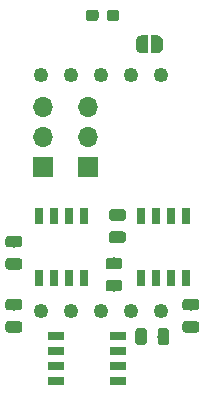
<source format=gbr>
G04 #@! TF.GenerationSoftware,KiCad,Pcbnew,(5.0.0)*
G04 #@! TF.CreationDate,2018-11-25T17:17:40-05:00*
G04 #@! TF.ProjectId,addressable_7seg,6164647265737361626C655F37736567,0.1a*
G04 #@! TF.SameCoordinates,Original*
G04 #@! TF.FileFunction,Soldermask,Top*
G04 #@! TF.FilePolarity,Negative*
%FSLAX46Y46*%
G04 Gerber Fmt 4.6, Leading zero omitted, Abs format (unit mm)*
G04 Created by KiCad (PCBNEW (5.0.0)) date 11/25/18 17:17:40*
%MOMM*%
%LPD*%
G01*
G04 APERTURE LIST*
%ADD10C,1.250000*%
%ADD11C,0.100000*%
%ADD12C,0.975000*%
%ADD13R,1.700000X1.700000*%
%ADD14O,1.700000X1.700000*%
%ADD15R,0.800000X1.450000*%
%ADD16R,1.450000X0.800000*%
%ADD17C,0.950000*%
%ADD18C,0.500000*%
G04 APERTURE END LIST*
D10*
G04 #@! TO.C,U4*
X175325000Y-135000000D03*
X172785000Y-135000000D03*
X170245000Y-135000000D03*
X167705000Y-135000000D03*
X165165000Y-135000000D03*
X165165000Y-115000000D03*
X167705000Y-115000000D03*
X170245000Y-115000000D03*
X172785000Y-115000000D03*
X175325000Y-115000000D03*
G04 #@! TD*
D11*
G04 #@! TO.C,R1*
G36*
X163322142Y-130509174D02*
X163345803Y-130512684D01*
X163369007Y-130518496D01*
X163391529Y-130526554D01*
X163413153Y-130536782D01*
X163433670Y-130549079D01*
X163452883Y-130563329D01*
X163470607Y-130579393D01*
X163486671Y-130597117D01*
X163500921Y-130616330D01*
X163513218Y-130636847D01*
X163523446Y-130658471D01*
X163531504Y-130680993D01*
X163537316Y-130704197D01*
X163540826Y-130727858D01*
X163542000Y-130751750D01*
X163542000Y-131239250D01*
X163540826Y-131263142D01*
X163537316Y-131286803D01*
X163531504Y-131310007D01*
X163523446Y-131332529D01*
X163513218Y-131354153D01*
X163500921Y-131374670D01*
X163486671Y-131393883D01*
X163470607Y-131411607D01*
X163452883Y-131427671D01*
X163433670Y-131441921D01*
X163413153Y-131454218D01*
X163391529Y-131464446D01*
X163369007Y-131472504D01*
X163345803Y-131478316D01*
X163322142Y-131481826D01*
X163298250Y-131483000D01*
X162385750Y-131483000D01*
X162361858Y-131481826D01*
X162338197Y-131478316D01*
X162314993Y-131472504D01*
X162292471Y-131464446D01*
X162270847Y-131454218D01*
X162250330Y-131441921D01*
X162231117Y-131427671D01*
X162213393Y-131411607D01*
X162197329Y-131393883D01*
X162183079Y-131374670D01*
X162170782Y-131354153D01*
X162160554Y-131332529D01*
X162152496Y-131310007D01*
X162146684Y-131286803D01*
X162143174Y-131263142D01*
X162142000Y-131239250D01*
X162142000Y-130751750D01*
X162143174Y-130727858D01*
X162146684Y-130704197D01*
X162152496Y-130680993D01*
X162160554Y-130658471D01*
X162170782Y-130636847D01*
X162183079Y-130616330D01*
X162197329Y-130597117D01*
X162213393Y-130579393D01*
X162231117Y-130563329D01*
X162250330Y-130549079D01*
X162270847Y-130536782D01*
X162292471Y-130526554D01*
X162314993Y-130518496D01*
X162338197Y-130512684D01*
X162361858Y-130509174D01*
X162385750Y-130508000D01*
X163298250Y-130508000D01*
X163322142Y-130509174D01*
X163322142Y-130509174D01*
G37*
D12*
X162842000Y-130995500D03*
D11*
G36*
X163322142Y-128634174D02*
X163345803Y-128637684D01*
X163369007Y-128643496D01*
X163391529Y-128651554D01*
X163413153Y-128661782D01*
X163433670Y-128674079D01*
X163452883Y-128688329D01*
X163470607Y-128704393D01*
X163486671Y-128722117D01*
X163500921Y-128741330D01*
X163513218Y-128761847D01*
X163523446Y-128783471D01*
X163531504Y-128805993D01*
X163537316Y-128829197D01*
X163540826Y-128852858D01*
X163542000Y-128876750D01*
X163542000Y-129364250D01*
X163540826Y-129388142D01*
X163537316Y-129411803D01*
X163531504Y-129435007D01*
X163523446Y-129457529D01*
X163513218Y-129479153D01*
X163500921Y-129499670D01*
X163486671Y-129518883D01*
X163470607Y-129536607D01*
X163452883Y-129552671D01*
X163433670Y-129566921D01*
X163413153Y-129579218D01*
X163391529Y-129589446D01*
X163369007Y-129597504D01*
X163345803Y-129603316D01*
X163322142Y-129606826D01*
X163298250Y-129608000D01*
X162385750Y-129608000D01*
X162361858Y-129606826D01*
X162338197Y-129603316D01*
X162314993Y-129597504D01*
X162292471Y-129589446D01*
X162270847Y-129579218D01*
X162250330Y-129566921D01*
X162231117Y-129552671D01*
X162213393Y-129536607D01*
X162197329Y-129518883D01*
X162183079Y-129499670D01*
X162170782Y-129479153D01*
X162160554Y-129457529D01*
X162152496Y-129435007D01*
X162146684Y-129411803D01*
X162143174Y-129388142D01*
X162142000Y-129364250D01*
X162142000Y-128876750D01*
X162143174Y-128852858D01*
X162146684Y-128829197D01*
X162152496Y-128805993D01*
X162160554Y-128783471D01*
X162170782Y-128761847D01*
X162183079Y-128741330D01*
X162197329Y-128722117D01*
X162213393Y-128704393D01*
X162231117Y-128688329D01*
X162250330Y-128674079D01*
X162270847Y-128661782D01*
X162292471Y-128651554D01*
X162314993Y-128643496D01*
X162338197Y-128637684D01*
X162361858Y-128634174D01*
X162385750Y-128633000D01*
X163298250Y-128633000D01*
X163322142Y-128634174D01*
X163322142Y-128634174D01*
G37*
D12*
X162842000Y-129120500D03*
G04 #@! TD*
D11*
G04 #@! TO.C,R2*
G36*
X163322142Y-135843174D02*
X163345803Y-135846684D01*
X163369007Y-135852496D01*
X163391529Y-135860554D01*
X163413153Y-135870782D01*
X163433670Y-135883079D01*
X163452883Y-135897329D01*
X163470607Y-135913393D01*
X163486671Y-135931117D01*
X163500921Y-135950330D01*
X163513218Y-135970847D01*
X163523446Y-135992471D01*
X163531504Y-136014993D01*
X163537316Y-136038197D01*
X163540826Y-136061858D01*
X163542000Y-136085750D01*
X163542000Y-136573250D01*
X163540826Y-136597142D01*
X163537316Y-136620803D01*
X163531504Y-136644007D01*
X163523446Y-136666529D01*
X163513218Y-136688153D01*
X163500921Y-136708670D01*
X163486671Y-136727883D01*
X163470607Y-136745607D01*
X163452883Y-136761671D01*
X163433670Y-136775921D01*
X163413153Y-136788218D01*
X163391529Y-136798446D01*
X163369007Y-136806504D01*
X163345803Y-136812316D01*
X163322142Y-136815826D01*
X163298250Y-136817000D01*
X162385750Y-136817000D01*
X162361858Y-136815826D01*
X162338197Y-136812316D01*
X162314993Y-136806504D01*
X162292471Y-136798446D01*
X162270847Y-136788218D01*
X162250330Y-136775921D01*
X162231117Y-136761671D01*
X162213393Y-136745607D01*
X162197329Y-136727883D01*
X162183079Y-136708670D01*
X162170782Y-136688153D01*
X162160554Y-136666529D01*
X162152496Y-136644007D01*
X162146684Y-136620803D01*
X162143174Y-136597142D01*
X162142000Y-136573250D01*
X162142000Y-136085750D01*
X162143174Y-136061858D01*
X162146684Y-136038197D01*
X162152496Y-136014993D01*
X162160554Y-135992471D01*
X162170782Y-135970847D01*
X162183079Y-135950330D01*
X162197329Y-135931117D01*
X162213393Y-135913393D01*
X162231117Y-135897329D01*
X162250330Y-135883079D01*
X162270847Y-135870782D01*
X162292471Y-135860554D01*
X162314993Y-135852496D01*
X162338197Y-135846684D01*
X162361858Y-135843174D01*
X162385750Y-135842000D01*
X163298250Y-135842000D01*
X163322142Y-135843174D01*
X163322142Y-135843174D01*
G37*
D12*
X162842000Y-136329500D03*
D11*
G36*
X163322142Y-133968174D02*
X163345803Y-133971684D01*
X163369007Y-133977496D01*
X163391529Y-133985554D01*
X163413153Y-133995782D01*
X163433670Y-134008079D01*
X163452883Y-134022329D01*
X163470607Y-134038393D01*
X163486671Y-134056117D01*
X163500921Y-134075330D01*
X163513218Y-134095847D01*
X163523446Y-134117471D01*
X163531504Y-134139993D01*
X163537316Y-134163197D01*
X163540826Y-134186858D01*
X163542000Y-134210750D01*
X163542000Y-134698250D01*
X163540826Y-134722142D01*
X163537316Y-134745803D01*
X163531504Y-134769007D01*
X163523446Y-134791529D01*
X163513218Y-134813153D01*
X163500921Y-134833670D01*
X163486671Y-134852883D01*
X163470607Y-134870607D01*
X163452883Y-134886671D01*
X163433670Y-134900921D01*
X163413153Y-134913218D01*
X163391529Y-134923446D01*
X163369007Y-134931504D01*
X163345803Y-134937316D01*
X163322142Y-134940826D01*
X163298250Y-134942000D01*
X162385750Y-134942000D01*
X162361858Y-134940826D01*
X162338197Y-134937316D01*
X162314993Y-134931504D01*
X162292471Y-134923446D01*
X162270847Y-134913218D01*
X162250330Y-134900921D01*
X162231117Y-134886671D01*
X162213393Y-134870607D01*
X162197329Y-134852883D01*
X162183079Y-134833670D01*
X162170782Y-134813153D01*
X162160554Y-134791529D01*
X162152496Y-134769007D01*
X162146684Y-134745803D01*
X162143174Y-134722142D01*
X162142000Y-134698250D01*
X162142000Y-134210750D01*
X162143174Y-134186858D01*
X162146684Y-134163197D01*
X162152496Y-134139993D01*
X162160554Y-134117471D01*
X162170782Y-134095847D01*
X162183079Y-134075330D01*
X162197329Y-134056117D01*
X162213393Y-134038393D01*
X162231117Y-134022329D01*
X162250330Y-134008079D01*
X162270847Y-133995782D01*
X162292471Y-133985554D01*
X162314993Y-133977496D01*
X162338197Y-133971684D01*
X162361858Y-133968174D01*
X162385750Y-133967000D01*
X163298250Y-133967000D01*
X163322142Y-133968174D01*
X163322142Y-133968174D01*
G37*
D12*
X162842000Y-134454500D03*
G04 #@! TD*
D11*
G04 #@! TO.C,R3*
G36*
X178308142Y-135843174D02*
X178331803Y-135846684D01*
X178355007Y-135852496D01*
X178377529Y-135860554D01*
X178399153Y-135870782D01*
X178419670Y-135883079D01*
X178438883Y-135897329D01*
X178456607Y-135913393D01*
X178472671Y-135931117D01*
X178486921Y-135950330D01*
X178499218Y-135970847D01*
X178509446Y-135992471D01*
X178517504Y-136014993D01*
X178523316Y-136038197D01*
X178526826Y-136061858D01*
X178528000Y-136085750D01*
X178528000Y-136573250D01*
X178526826Y-136597142D01*
X178523316Y-136620803D01*
X178517504Y-136644007D01*
X178509446Y-136666529D01*
X178499218Y-136688153D01*
X178486921Y-136708670D01*
X178472671Y-136727883D01*
X178456607Y-136745607D01*
X178438883Y-136761671D01*
X178419670Y-136775921D01*
X178399153Y-136788218D01*
X178377529Y-136798446D01*
X178355007Y-136806504D01*
X178331803Y-136812316D01*
X178308142Y-136815826D01*
X178284250Y-136817000D01*
X177371750Y-136817000D01*
X177347858Y-136815826D01*
X177324197Y-136812316D01*
X177300993Y-136806504D01*
X177278471Y-136798446D01*
X177256847Y-136788218D01*
X177236330Y-136775921D01*
X177217117Y-136761671D01*
X177199393Y-136745607D01*
X177183329Y-136727883D01*
X177169079Y-136708670D01*
X177156782Y-136688153D01*
X177146554Y-136666529D01*
X177138496Y-136644007D01*
X177132684Y-136620803D01*
X177129174Y-136597142D01*
X177128000Y-136573250D01*
X177128000Y-136085750D01*
X177129174Y-136061858D01*
X177132684Y-136038197D01*
X177138496Y-136014993D01*
X177146554Y-135992471D01*
X177156782Y-135970847D01*
X177169079Y-135950330D01*
X177183329Y-135931117D01*
X177199393Y-135913393D01*
X177217117Y-135897329D01*
X177236330Y-135883079D01*
X177256847Y-135870782D01*
X177278471Y-135860554D01*
X177300993Y-135852496D01*
X177324197Y-135846684D01*
X177347858Y-135843174D01*
X177371750Y-135842000D01*
X178284250Y-135842000D01*
X178308142Y-135843174D01*
X178308142Y-135843174D01*
G37*
D12*
X177828000Y-136329500D03*
D11*
G36*
X178308142Y-133968174D02*
X178331803Y-133971684D01*
X178355007Y-133977496D01*
X178377529Y-133985554D01*
X178399153Y-133995782D01*
X178419670Y-134008079D01*
X178438883Y-134022329D01*
X178456607Y-134038393D01*
X178472671Y-134056117D01*
X178486921Y-134075330D01*
X178499218Y-134095847D01*
X178509446Y-134117471D01*
X178517504Y-134139993D01*
X178523316Y-134163197D01*
X178526826Y-134186858D01*
X178528000Y-134210750D01*
X178528000Y-134698250D01*
X178526826Y-134722142D01*
X178523316Y-134745803D01*
X178517504Y-134769007D01*
X178509446Y-134791529D01*
X178499218Y-134813153D01*
X178486921Y-134833670D01*
X178472671Y-134852883D01*
X178456607Y-134870607D01*
X178438883Y-134886671D01*
X178419670Y-134900921D01*
X178399153Y-134913218D01*
X178377529Y-134923446D01*
X178355007Y-134931504D01*
X178331803Y-134937316D01*
X178308142Y-134940826D01*
X178284250Y-134942000D01*
X177371750Y-134942000D01*
X177347858Y-134940826D01*
X177324197Y-134937316D01*
X177300993Y-134931504D01*
X177278471Y-134923446D01*
X177256847Y-134913218D01*
X177236330Y-134900921D01*
X177217117Y-134886671D01*
X177199393Y-134870607D01*
X177183329Y-134852883D01*
X177169079Y-134833670D01*
X177156782Y-134813153D01*
X177146554Y-134791529D01*
X177138496Y-134769007D01*
X177132684Y-134745803D01*
X177129174Y-134722142D01*
X177128000Y-134698250D01*
X177128000Y-134210750D01*
X177129174Y-134186858D01*
X177132684Y-134163197D01*
X177138496Y-134139993D01*
X177146554Y-134117471D01*
X177156782Y-134095847D01*
X177169079Y-134075330D01*
X177183329Y-134056117D01*
X177199393Y-134038393D01*
X177217117Y-134022329D01*
X177236330Y-134008079D01*
X177256847Y-133995782D01*
X177278471Y-133985554D01*
X177300993Y-133977496D01*
X177324197Y-133971684D01*
X177347858Y-133968174D01*
X177371750Y-133967000D01*
X178284250Y-133967000D01*
X178308142Y-133968174D01*
X178308142Y-133968174D01*
G37*
D12*
X177828000Y-134454500D03*
G04 #@! TD*
D13*
G04 #@! TO.C,J1*
X169170000Y-122775000D03*
D14*
X169170000Y-120235000D03*
X169170000Y-117695000D03*
G04 #@! TD*
D13*
G04 #@! TO.C,J2*
X165320000Y-122775000D03*
D14*
X165320000Y-120235000D03*
X165320000Y-117695000D03*
G04 #@! TD*
D15*
G04 #@! TO.C,U1*
X168811000Y-126925000D03*
X167541000Y-126925000D03*
X166271000Y-126925000D03*
X165001000Y-126925000D03*
X168811000Y-132175000D03*
X167541000Y-132175000D03*
X166271000Y-132175000D03*
X165001000Y-132175000D03*
G04 #@! TD*
D16*
G04 #@! TO.C,U2*
X171645000Y-140905000D03*
X171645000Y-139635000D03*
X171645000Y-138365000D03*
X171645000Y-137095000D03*
X166395000Y-140905000D03*
X166395000Y-139635000D03*
X166395000Y-138365000D03*
X166395000Y-137095000D03*
G04 #@! TD*
D15*
G04 #@! TO.C,U3*
X177447000Y-126925000D03*
X176177000Y-126925000D03*
X174907000Y-126925000D03*
X173637000Y-126925000D03*
X177447000Y-132175000D03*
X176177000Y-132175000D03*
X174907000Y-132175000D03*
X173637000Y-132175000D03*
G04 #@! TD*
D11*
G04 #@! TO.C,D1*
G36*
X171555779Y-109476144D02*
X171578834Y-109479563D01*
X171601443Y-109485227D01*
X171623387Y-109493079D01*
X171644457Y-109503044D01*
X171664448Y-109515026D01*
X171683168Y-109528910D01*
X171700438Y-109544562D01*
X171716090Y-109561832D01*
X171729974Y-109580552D01*
X171741956Y-109600543D01*
X171751921Y-109621613D01*
X171759773Y-109643557D01*
X171765437Y-109666166D01*
X171768856Y-109689221D01*
X171770000Y-109712500D01*
X171770000Y-110187500D01*
X171768856Y-110210779D01*
X171765437Y-110233834D01*
X171759773Y-110256443D01*
X171751921Y-110278387D01*
X171741956Y-110299457D01*
X171729974Y-110319448D01*
X171716090Y-110338168D01*
X171700438Y-110355438D01*
X171683168Y-110371090D01*
X171664448Y-110384974D01*
X171644457Y-110396956D01*
X171623387Y-110406921D01*
X171601443Y-110414773D01*
X171578834Y-110420437D01*
X171555779Y-110423856D01*
X171532500Y-110425000D01*
X170957500Y-110425000D01*
X170934221Y-110423856D01*
X170911166Y-110420437D01*
X170888557Y-110414773D01*
X170866613Y-110406921D01*
X170845543Y-110396956D01*
X170825552Y-110384974D01*
X170806832Y-110371090D01*
X170789562Y-110355438D01*
X170773910Y-110338168D01*
X170760026Y-110319448D01*
X170748044Y-110299457D01*
X170738079Y-110278387D01*
X170730227Y-110256443D01*
X170724563Y-110233834D01*
X170721144Y-110210779D01*
X170720000Y-110187500D01*
X170720000Y-109712500D01*
X170721144Y-109689221D01*
X170724563Y-109666166D01*
X170730227Y-109643557D01*
X170738079Y-109621613D01*
X170748044Y-109600543D01*
X170760026Y-109580552D01*
X170773910Y-109561832D01*
X170789562Y-109544562D01*
X170806832Y-109528910D01*
X170825552Y-109515026D01*
X170845543Y-109503044D01*
X170866613Y-109493079D01*
X170888557Y-109485227D01*
X170911166Y-109479563D01*
X170934221Y-109476144D01*
X170957500Y-109475000D01*
X171532500Y-109475000D01*
X171555779Y-109476144D01*
X171555779Y-109476144D01*
G37*
D17*
X171245000Y-109950000D03*
D11*
G36*
X169805779Y-109476144D02*
X169828834Y-109479563D01*
X169851443Y-109485227D01*
X169873387Y-109493079D01*
X169894457Y-109503044D01*
X169914448Y-109515026D01*
X169933168Y-109528910D01*
X169950438Y-109544562D01*
X169966090Y-109561832D01*
X169979974Y-109580552D01*
X169991956Y-109600543D01*
X170001921Y-109621613D01*
X170009773Y-109643557D01*
X170015437Y-109666166D01*
X170018856Y-109689221D01*
X170020000Y-109712500D01*
X170020000Y-110187500D01*
X170018856Y-110210779D01*
X170015437Y-110233834D01*
X170009773Y-110256443D01*
X170001921Y-110278387D01*
X169991956Y-110299457D01*
X169979974Y-110319448D01*
X169966090Y-110338168D01*
X169950438Y-110355438D01*
X169933168Y-110371090D01*
X169914448Y-110384974D01*
X169894457Y-110396956D01*
X169873387Y-110406921D01*
X169851443Y-110414773D01*
X169828834Y-110420437D01*
X169805779Y-110423856D01*
X169782500Y-110425000D01*
X169207500Y-110425000D01*
X169184221Y-110423856D01*
X169161166Y-110420437D01*
X169138557Y-110414773D01*
X169116613Y-110406921D01*
X169095543Y-110396956D01*
X169075552Y-110384974D01*
X169056832Y-110371090D01*
X169039562Y-110355438D01*
X169023910Y-110338168D01*
X169010026Y-110319448D01*
X168998044Y-110299457D01*
X168988079Y-110278387D01*
X168980227Y-110256443D01*
X168974563Y-110233834D01*
X168971144Y-110210779D01*
X168970000Y-110187500D01*
X168970000Y-109712500D01*
X168971144Y-109689221D01*
X168974563Y-109666166D01*
X168980227Y-109643557D01*
X168988079Y-109621613D01*
X168998044Y-109600543D01*
X169010026Y-109580552D01*
X169023910Y-109561832D01*
X169039562Y-109544562D01*
X169056832Y-109528910D01*
X169075552Y-109515026D01*
X169095543Y-109503044D01*
X169116613Y-109493079D01*
X169138557Y-109485227D01*
X169161166Y-109479563D01*
X169184221Y-109476144D01*
X169207500Y-109475000D01*
X169782500Y-109475000D01*
X169805779Y-109476144D01*
X169805779Y-109476144D01*
G37*
D17*
X169495000Y-109950000D03*
G04 #@! TD*
D18*
G04 #@! TO.C,JP1*
X173670000Y-112400000D03*
D11*
G36*
X174170000Y-113150000D02*
X173670000Y-113150000D01*
X173670000Y-113149398D01*
X173645466Y-113149398D01*
X173596635Y-113144588D01*
X173548510Y-113135016D01*
X173501555Y-113120772D01*
X173456222Y-113101995D01*
X173412949Y-113078864D01*
X173372150Y-113051604D01*
X173334221Y-113020476D01*
X173299524Y-112985779D01*
X173268396Y-112947850D01*
X173241136Y-112907051D01*
X173218005Y-112863778D01*
X173199228Y-112818445D01*
X173184984Y-112771490D01*
X173175412Y-112723365D01*
X173170602Y-112674534D01*
X173170602Y-112650000D01*
X173170000Y-112650000D01*
X173170000Y-112150000D01*
X173170602Y-112150000D01*
X173170602Y-112125466D01*
X173175412Y-112076635D01*
X173184984Y-112028510D01*
X173199228Y-111981555D01*
X173218005Y-111936222D01*
X173241136Y-111892949D01*
X173268396Y-111852150D01*
X173299524Y-111814221D01*
X173334221Y-111779524D01*
X173372150Y-111748396D01*
X173412949Y-111721136D01*
X173456222Y-111698005D01*
X173501555Y-111679228D01*
X173548510Y-111664984D01*
X173596635Y-111655412D01*
X173645466Y-111650602D01*
X173670000Y-111650602D01*
X173670000Y-111650000D01*
X174170000Y-111650000D01*
X174170000Y-113150000D01*
X174170000Y-113150000D01*
G37*
D18*
X174970000Y-112400000D03*
D11*
G36*
X174970000Y-111650602D02*
X174994534Y-111650602D01*
X175043365Y-111655412D01*
X175091490Y-111664984D01*
X175138445Y-111679228D01*
X175183778Y-111698005D01*
X175227051Y-111721136D01*
X175267850Y-111748396D01*
X175305779Y-111779524D01*
X175340476Y-111814221D01*
X175371604Y-111852150D01*
X175398864Y-111892949D01*
X175421995Y-111936222D01*
X175440772Y-111981555D01*
X175455016Y-112028510D01*
X175464588Y-112076635D01*
X175469398Y-112125466D01*
X175469398Y-112150000D01*
X175470000Y-112150000D01*
X175470000Y-112650000D01*
X175469398Y-112650000D01*
X175469398Y-112674534D01*
X175464588Y-112723365D01*
X175455016Y-112771490D01*
X175440772Y-112818445D01*
X175421995Y-112863778D01*
X175398864Y-112907051D01*
X175371604Y-112947850D01*
X175340476Y-112985779D01*
X175305779Y-113020476D01*
X175267850Y-113051604D01*
X175227051Y-113078864D01*
X175183778Y-113101995D01*
X175138445Y-113120772D01*
X175091490Y-113135016D01*
X175043365Y-113144588D01*
X174994534Y-113149398D01*
X174970000Y-113149398D01*
X174970000Y-113150000D01*
X174470000Y-113150000D01*
X174470000Y-111650000D01*
X174970000Y-111650000D01*
X174970000Y-111650602D01*
X174970000Y-111650602D01*
G37*
G04 #@! TD*
G04 #@! TO.C,C1*
G36*
X171800142Y-132351174D02*
X171823803Y-132354684D01*
X171847007Y-132360496D01*
X171869529Y-132368554D01*
X171891153Y-132378782D01*
X171911670Y-132391079D01*
X171930883Y-132405329D01*
X171948607Y-132421393D01*
X171964671Y-132439117D01*
X171978921Y-132458330D01*
X171991218Y-132478847D01*
X172001446Y-132500471D01*
X172009504Y-132522993D01*
X172015316Y-132546197D01*
X172018826Y-132569858D01*
X172020000Y-132593750D01*
X172020000Y-133081250D01*
X172018826Y-133105142D01*
X172015316Y-133128803D01*
X172009504Y-133152007D01*
X172001446Y-133174529D01*
X171991218Y-133196153D01*
X171978921Y-133216670D01*
X171964671Y-133235883D01*
X171948607Y-133253607D01*
X171930883Y-133269671D01*
X171911670Y-133283921D01*
X171891153Y-133296218D01*
X171869529Y-133306446D01*
X171847007Y-133314504D01*
X171823803Y-133320316D01*
X171800142Y-133323826D01*
X171776250Y-133325000D01*
X170863750Y-133325000D01*
X170839858Y-133323826D01*
X170816197Y-133320316D01*
X170792993Y-133314504D01*
X170770471Y-133306446D01*
X170748847Y-133296218D01*
X170728330Y-133283921D01*
X170709117Y-133269671D01*
X170691393Y-133253607D01*
X170675329Y-133235883D01*
X170661079Y-133216670D01*
X170648782Y-133196153D01*
X170638554Y-133174529D01*
X170630496Y-133152007D01*
X170624684Y-133128803D01*
X170621174Y-133105142D01*
X170620000Y-133081250D01*
X170620000Y-132593750D01*
X170621174Y-132569858D01*
X170624684Y-132546197D01*
X170630496Y-132522993D01*
X170638554Y-132500471D01*
X170648782Y-132478847D01*
X170661079Y-132458330D01*
X170675329Y-132439117D01*
X170691393Y-132421393D01*
X170709117Y-132405329D01*
X170728330Y-132391079D01*
X170748847Y-132378782D01*
X170770471Y-132368554D01*
X170792993Y-132360496D01*
X170816197Y-132354684D01*
X170839858Y-132351174D01*
X170863750Y-132350000D01*
X171776250Y-132350000D01*
X171800142Y-132351174D01*
X171800142Y-132351174D01*
G37*
D12*
X171320000Y-132837500D03*
D11*
G36*
X171800142Y-130476174D02*
X171823803Y-130479684D01*
X171847007Y-130485496D01*
X171869529Y-130493554D01*
X171891153Y-130503782D01*
X171911670Y-130516079D01*
X171930883Y-130530329D01*
X171948607Y-130546393D01*
X171964671Y-130564117D01*
X171978921Y-130583330D01*
X171991218Y-130603847D01*
X172001446Y-130625471D01*
X172009504Y-130647993D01*
X172015316Y-130671197D01*
X172018826Y-130694858D01*
X172020000Y-130718750D01*
X172020000Y-131206250D01*
X172018826Y-131230142D01*
X172015316Y-131253803D01*
X172009504Y-131277007D01*
X172001446Y-131299529D01*
X171991218Y-131321153D01*
X171978921Y-131341670D01*
X171964671Y-131360883D01*
X171948607Y-131378607D01*
X171930883Y-131394671D01*
X171911670Y-131408921D01*
X171891153Y-131421218D01*
X171869529Y-131431446D01*
X171847007Y-131439504D01*
X171823803Y-131445316D01*
X171800142Y-131448826D01*
X171776250Y-131450000D01*
X170863750Y-131450000D01*
X170839858Y-131448826D01*
X170816197Y-131445316D01*
X170792993Y-131439504D01*
X170770471Y-131431446D01*
X170748847Y-131421218D01*
X170728330Y-131408921D01*
X170709117Y-131394671D01*
X170691393Y-131378607D01*
X170675329Y-131360883D01*
X170661079Y-131341670D01*
X170648782Y-131321153D01*
X170638554Y-131299529D01*
X170630496Y-131277007D01*
X170624684Y-131253803D01*
X170621174Y-131230142D01*
X170620000Y-131206250D01*
X170620000Y-130718750D01*
X170621174Y-130694858D01*
X170624684Y-130671197D01*
X170630496Y-130647993D01*
X170638554Y-130625471D01*
X170648782Y-130603847D01*
X170661079Y-130583330D01*
X170675329Y-130564117D01*
X170691393Y-130546393D01*
X170709117Y-130530329D01*
X170728330Y-130516079D01*
X170748847Y-130503782D01*
X170770471Y-130493554D01*
X170792993Y-130485496D01*
X170816197Y-130479684D01*
X170839858Y-130476174D01*
X170863750Y-130475000D01*
X171776250Y-130475000D01*
X171800142Y-130476174D01*
X171800142Y-130476174D01*
G37*
D12*
X171320000Y-130962500D03*
G04 #@! TD*
D11*
G04 #@! TO.C,C2*
G36*
X172100142Y-128251174D02*
X172123803Y-128254684D01*
X172147007Y-128260496D01*
X172169529Y-128268554D01*
X172191153Y-128278782D01*
X172211670Y-128291079D01*
X172230883Y-128305329D01*
X172248607Y-128321393D01*
X172264671Y-128339117D01*
X172278921Y-128358330D01*
X172291218Y-128378847D01*
X172301446Y-128400471D01*
X172309504Y-128422993D01*
X172315316Y-128446197D01*
X172318826Y-128469858D01*
X172320000Y-128493750D01*
X172320000Y-128981250D01*
X172318826Y-129005142D01*
X172315316Y-129028803D01*
X172309504Y-129052007D01*
X172301446Y-129074529D01*
X172291218Y-129096153D01*
X172278921Y-129116670D01*
X172264671Y-129135883D01*
X172248607Y-129153607D01*
X172230883Y-129169671D01*
X172211670Y-129183921D01*
X172191153Y-129196218D01*
X172169529Y-129206446D01*
X172147007Y-129214504D01*
X172123803Y-129220316D01*
X172100142Y-129223826D01*
X172076250Y-129225000D01*
X171163750Y-129225000D01*
X171139858Y-129223826D01*
X171116197Y-129220316D01*
X171092993Y-129214504D01*
X171070471Y-129206446D01*
X171048847Y-129196218D01*
X171028330Y-129183921D01*
X171009117Y-129169671D01*
X170991393Y-129153607D01*
X170975329Y-129135883D01*
X170961079Y-129116670D01*
X170948782Y-129096153D01*
X170938554Y-129074529D01*
X170930496Y-129052007D01*
X170924684Y-129028803D01*
X170921174Y-129005142D01*
X170920000Y-128981250D01*
X170920000Y-128493750D01*
X170921174Y-128469858D01*
X170924684Y-128446197D01*
X170930496Y-128422993D01*
X170938554Y-128400471D01*
X170948782Y-128378847D01*
X170961079Y-128358330D01*
X170975329Y-128339117D01*
X170991393Y-128321393D01*
X171009117Y-128305329D01*
X171028330Y-128291079D01*
X171048847Y-128278782D01*
X171070471Y-128268554D01*
X171092993Y-128260496D01*
X171116197Y-128254684D01*
X171139858Y-128251174D01*
X171163750Y-128250000D01*
X172076250Y-128250000D01*
X172100142Y-128251174D01*
X172100142Y-128251174D01*
G37*
D12*
X171620000Y-128737500D03*
D11*
G36*
X172100142Y-126376174D02*
X172123803Y-126379684D01*
X172147007Y-126385496D01*
X172169529Y-126393554D01*
X172191153Y-126403782D01*
X172211670Y-126416079D01*
X172230883Y-126430329D01*
X172248607Y-126446393D01*
X172264671Y-126464117D01*
X172278921Y-126483330D01*
X172291218Y-126503847D01*
X172301446Y-126525471D01*
X172309504Y-126547993D01*
X172315316Y-126571197D01*
X172318826Y-126594858D01*
X172320000Y-126618750D01*
X172320000Y-127106250D01*
X172318826Y-127130142D01*
X172315316Y-127153803D01*
X172309504Y-127177007D01*
X172301446Y-127199529D01*
X172291218Y-127221153D01*
X172278921Y-127241670D01*
X172264671Y-127260883D01*
X172248607Y-127278607D01*
X172230883Y-127294671D01*
X172211670Y-127308921D01*
X172191153Y-127321218D01*
X172169529Y-127331446D01*
X172147007Y-127339504D01*
X172123803Y-127345316D01*
X172100142Y-127348826D01*
X172076250Y-127350000D01*
X171163750Y-127350000D01*
X171139858Y-127348826D01*
X171116197Y-127345316D01*
X171092993Y-127339504D01*
X171070471Y-127331446D01*
X171048847Y-127321218D01*
X171028330Y-127308921D01*
X171009117Y-127294671D01*
X170991393Y-127278607D01*
X170975329Y-127260883D01*
X170961079Y-127241670D01*
X170948782Y-127221153D01*
X170938554Y-127199529D01*
X170930496Y-127177007D01*
X170924684Y-127153803D01*
X170921174Y-127130142D01*
X170920000Y-127106250D01*
X170920000Y-126618750D01*
X170921174Y-126594858D01*
X170924684Y-126571197D01*
X170930496Y-126547993D01*
X170938554Y-126525471D01*
X170948782Y-126503847D01*
X170961079Y-126483330D01*
X170975329Y-126464117D01*
X170991393Y-126446393D01*
X171009117Y-126430329D01*
X171028330Y-126416079D01*
X171048847Y-126403782D01*
X171070471Y-126393554D01*
X171092993Y-126385496D01*
X171116197Y-126379684D01*
X171139858Y-126376174D01*
X171163750Y-126375000D01*
X172076250Y-126375000D01*
X172100142Y-126376174D01*
X172100142Y-126376174D01*
G37*
D12*
X171620000Y-126862500D03*
G04 #@! TD*
D11*
G04 #@! TO.C,C3*
G36*
X173900142Y-136451174D02*
X173923803Y-136454684D01*
X173947007Y-136460496D01*
X173969529Y-136468554D01*
X173991153Y-136478782D01*
X174011670Y-136491079D01*
X174030883Y-136505329D01*
X174048607Y-136521393D01*
X174064671Y-136539117D01*
X174078921Y-136558330D01*
X174091218Y-136578847D01*
X174101446Y-136600471D01*
X174109504Y-136622993D01*
X174115316Y-136646197D01*
X174118826Y-136669858D01*
X174120000Y-136693750D01*
X174120000Y-137606250D01*
X174118826Y-137630142D01*
X174115316Y-137653803D01*
X174109504Y-137677007D01*
X174101446Y-137699529D01*
X174091218Y-137721153D01*
X174078921Y-137741670D01*
X174064671Y-137760883D01*
X174048607Y-137778607D01*
X174030883Y-137794671D01*
X174011670Y-137808921D01*
X173991153Y-137821218D01*
X173969529Y-137831446D01*
X173947007Y-137839504D01*
X173923803Y-137845316D01*
X173900142Y-137848826D01*
X173876250Y-137850000D01*
X173388750Y-137850000D01*
X173364858Y-137848826D01*
X173341197Y-137845316D01*
X173317993Y-137839504D01*
X173295471Y-137831446D01*
X173273847Y-137821218D01*
X173253330Y-137808921D01*
X173234117Y-137794671D01*
X173216393Y-137778607D01*
X173200329Y-137760883D01*
X173186079Y-137741670D01*
X173173782Y-137721153D01*
X173163554Y-137699529D01*
X173155496Y-137677007D01*
X173149684Y-137653803D01*
X173146174Y-137630142D01*
X173145000Y-137606250D01*
X173145000Y-136693750D01*
X173146174Y-136669858D01*
X173149684Y-136646197D01*
X173155496Y-136622993D01*
X173163554Y-136600471D01*
X173173782Y-136578847D01*
X173186079Y-136558330D01*
X173200329Y-136539117D01*
X173216393Y-136521393D01*
X173234117Y-136505329D01*
X173253330Y-136491079D01*
X173273847Y-136478782D01*
X173295471Y-136468554D01*
X173317993Y-136460496D01*
X173341197Y-136454684D01*
X173364858Y-136451174D01*
X173388750Y-136450000D01*
X173876250Y-136450000D01*
X173900142Y-136451174D01*
X173900142Y-136451174D01*
G37*
D12*
X173632500Y-137150000D03*
D11*
G36*
X175775142Y-136451174D02*
X175798803Y-136454684D01*
X175822007Y-136460496D01*
X175844529Y-136468554D01*
X175866153Y-136478782D01*
X175886670Y-136491079D01*
X175905883Y-136505329D01*
X175923607Y-136521393D01*
X175939671Y-136539117D01*
X175953921Y-136558330D01*
X175966218Y-136578847D01*
X175976446Y-136600471D01*
X175984504Y-136622993D01*
X175990316Y-136646197D01*
X175993826Y-136669858D01*
X175995000Y-136693750D01*
X175995000Y-137606250D01*
X175993826Y-137630142D01*
X175990316Y-137653803D01*
X175984504Y-137677007D01*
X175976446Y-137699529D01*
X175966218Y-137721153D01*
X175953921Y-137741670D01*
X175939671Y-137760883D01*
X175923607Y-137778607D01*
X175905883Y-137794671D01*
X175886670Y-137808921D01*
X175866153Y-137821218D01*
X175844529Y-137831446D01*
X175822007Y-137839504D01*
X175798803Y-137845316D01*
X175775142Y-137848826D01*
X175751250Y-137850000D01*
X175263750Y-137850000D01*
X175239858Y-137848826D01*
X175216197Y-137845316D01*
X175192993Y-137839504D01*
X175170471Y-137831446D01*
X175148847Y-137821218D01*
X175128330Y-137808921D01*
X175109117Y-137794671D01*
X175091393Y-137778607D01*
X175075329Y-137760883D01*
X175061079Y-137741670D01*
X175048782Y-137721153D01*
X175038554Y-137699529D01*
X175030496Y-137677007D01*
X175024684Y-137653803D01*
X175021174Y-137630142D01*
X175020000Y-137606250D01*
X175020000Y-136693750D01*
X175021174Y-136669858D01*
X175024684Y-136646197D01*
X175030496Y-136622993D01*
X175038554Y-136600471D01*
X175048782Y-136578847D01*
X175061079Y-136558330D01*
X175075329Y-136539117D01*
X175091393Y-136521393D01*
X175109117Y-136505329D01*
X175128330Y-136491079D01*
X175148847Y-136478782D01*
X175170471Y-136468554D01*
X175192993Y-136460496D01*
X175216197Y-136454684D01*
X175239858Y-136451174D01*
X175263750Y-136450000D01*
X175751250Y-136450000D01*
X175775142Y-136451174D01*
X175775142Y-136451174D01*
G37*
D12*
X175507500Y-137150000D03*
G04 #@! TD*
M02*

</source>
